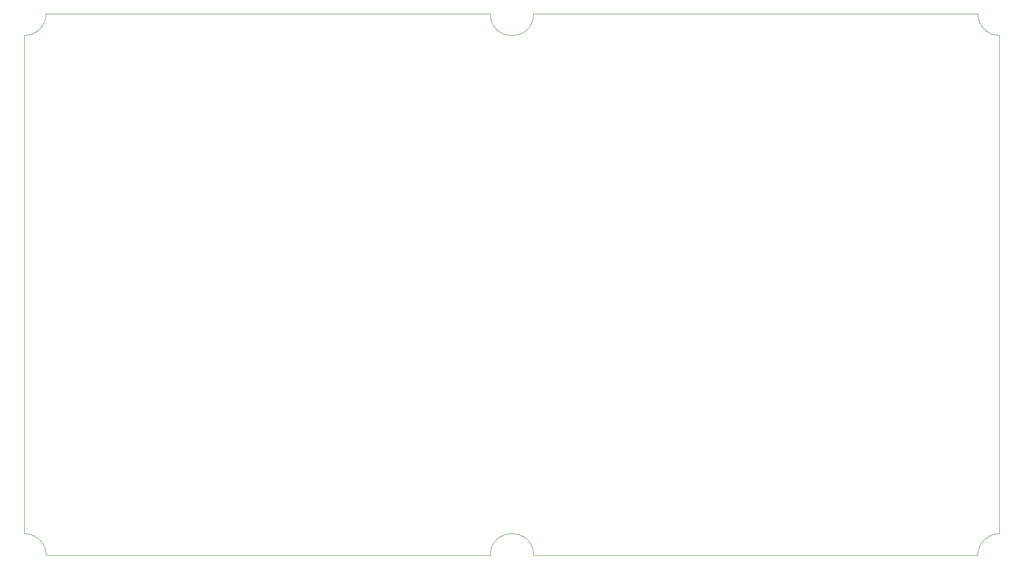
<source format=gm1>
G04 #@! TF.GenerationSoftware,KiCad,Pcbnew,(5.1.9)-1*
G04 #@! TF.CreationDate,2021-06-14T16:42:46+02:00*
G04 #@! TF.ProjectId,Test,54657374-2e6b-4696-9361-645f70636258,rev?*
G04 #@! TF.SameCoordinates,Original*
G04 #@! TF.FileFunction,Profile,NP*
%FSLAX46Y46*%
G04 Gerber Fmt 4.6, Leading zero omitted, Abs format (unit mm)*
G04 Created by KiCad (PCBNEW (5.1.9)-1) date 2021-06-14 16:42:46*
%MOMM*%
%LPD*%
G01*
G04 APERTURE LIST*
G04 #@! TA.AperFunction,Profile*
%ADD10C,0.050000*%
G04 #@! TD*
G04 APERTURE END LIST*
D10*
X149000000Y-35000000D02*
X231000000Y-35000000D01*
X59000000Y-35000000D02*
X141000000Y-35000000D01*
X55000000Y-131000000D02*
X55000000Y-39000000D01*
X141000000Y-135000000D02*
X59000000Y-135000000D01*
X231000000Y-135000000D02*
X149000000Y-135000000D01*
X235000000Y-39000000D02*
X235000000Y-131000000D01*
X149000000Y-35000000D02*
G75*
G02*
X141000000Y-35000000I-4000000J0D01*
G01*
X59000000Y-35000000D02*
G75*
G02*
X55000000Y-39000000I-4000000J0D01*
G01*
X55000000Y-131000000D02*
G75*
G02*
X59000000Y-135000000I0J-4000000D01*
G01*
X141000000Y-135000000D02*
G75*
G02*
X149000000Y-135000000I4000000J0D01*
G01*
X231000000Y-135000000D02*
G75*
G02*
X235000000Y-131000000I4000000J0D01*
G01*
X235000000Y-39000000D02*
G75*
G02*
X231000000Y-35000000I0J4000000D01*
G01*
M02*

</source>
